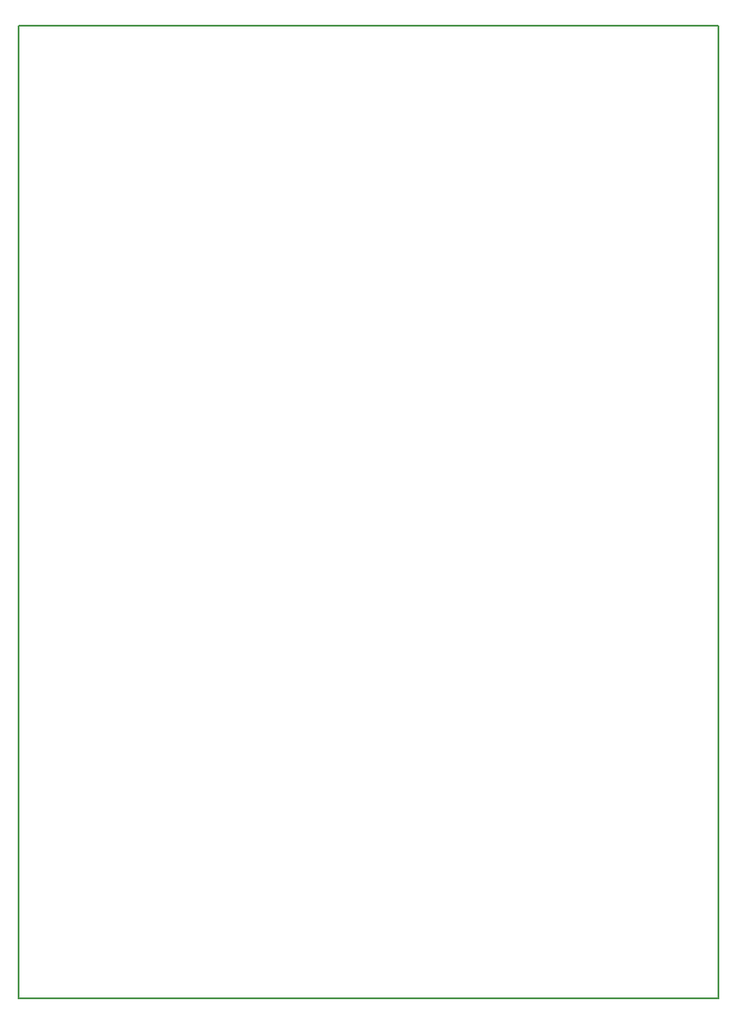
<source format=gbr>
G04 #@! TF.GenerationSoftware,KiCad,Pcbnew,5.0.0-fee4fd1~66~ubuntu16.04.1*
G04 #@! TF.CreationDate,2018-10-04T10:54:54+02:00*
G04 #@! TF.ProjectId,8Relays,3852656C6179732E6B696361645F7063,rev?*
G04 #@! TF.SameCoordinates,Original*
G04 #@! TF.FileFunction,Profile,NP*
%FSLAX46Y46*%
G04 Gerber Fmt 4.6, Leading zero omitted, Abs format (unit mm)*
G04 Created by KiCad (PCBNEW 5.0.0-fee4fd1~66~ubuntu16.04.1) date Thu Oct  4 10:54:54 2018*
%MOMM*%
%LPD*%
G01*
G04 APERTURE LIST*
%ADD10C,0.200000*%
G04 APERTURE END LIST*
D10*
X132000000Y-137000000D02*
X133000000Y-137000000D01*
X132000000Y-44000000D02*
X132000000Y-137000000D01*
X199000000Y-137000000D02*
X133000000Y-137000000D01*
X199000000Y-44000000D02*
X199000000Y-137000000D01*
X132000000Y-44000000D02*
X199000000Y-44000000D01*
M02*

</source>
